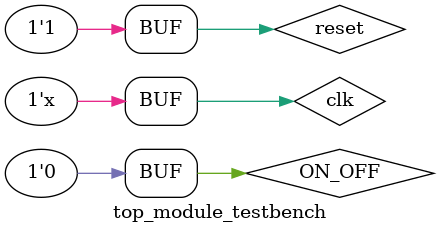
<source format=sv>
`timescale 1ns / 1ps


module top_module_testbench();

    logic clk, reset;
    //logic [3:0] count;
    logic [6:0] bcd_out;
    logic fib_out;
    logic ON_OFF;
    top_module DUT(
        .clock(clk),
        .reset(reset),
        //.count(count),
        .bcd_out(bcd_out),
        .fib_out(fib_out),
        .ON_OFF(ON_OFF)
    );
    
      // Señales de salida del módulo bajo prueba

    always #5 clk = ~clk; // Generación de señal de reloj

    initial begin
        ON_OFF=1;
        clk = 0;
        reset = 1;
        #20 reset = 0;
        
        //#20 reset = 1;
        
        //#20 reset = 0;
        
        //#20 reset = 1;
        
        //#20 reset = 0;
        
        //#20 reset = 1;
        
       // #20 reset = 0;
        
        //#20 reset = 1;
        
        //#20 reset = 0;
        //#40 reset = 1;
        
        #160 reset = 1;
        #20 ON_OFF=0;
        
    end

endmodule


</source>
